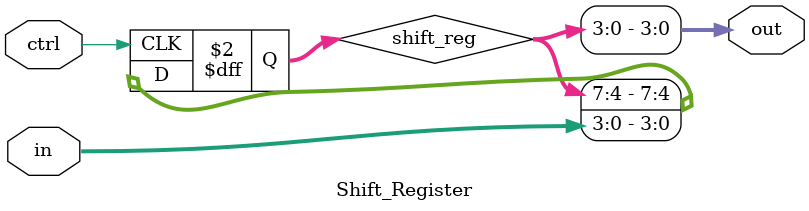
<source format=v>

module Shift_Register (
  input [n-1:0] in,
  input ctrl,
  output [m-1:0] out
);

parameter n = 4; // number of input signals
parameter m = 4; // number of output signals
parameter w = 8; // width of the shift register (i.e., the number of flip-flops)

reg [w-1:0] shift_reg;

always @(posedge ctrl) begin
  shift_reg <= {shift_reg[w-1:m], in};
end

assign out = shift_reg[m-1:0];

endmodule

</source>
